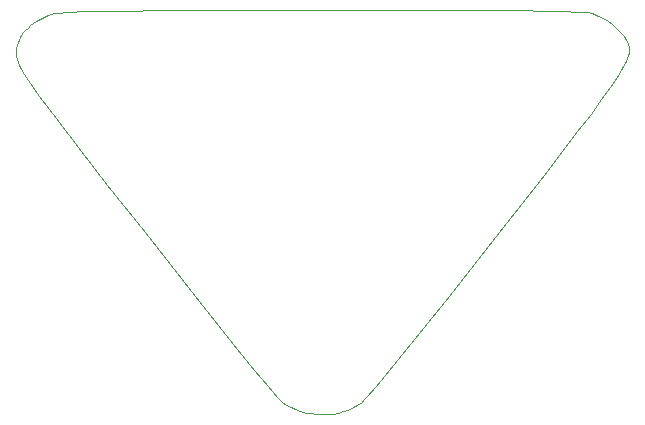
<source format=gbr>
%TF.GenerationSoftware,KiCad,Pcbnew,(6.0.7)*%
%TF.CreationDate,2022-09-05T18:23:19-05:00*%
%TF.ProjectId,Arista-TGS,41726973-7461-42d5-9447-532e6b696361,rev?*%
%TF.SameCoordinates,Original*%
%TF.FileFunction,Profile,NP*%
%FSLAX46Y46*%
G04 Gerber Fmt 4.6, Leading zero omitted, Abs format (unit mm)*
G04 Created by KiCad (PCBNEW (6.0.7)) date 2022-09-05 18:23:19*
%MOMM*%
%LPD*%
G01*
G04 APERTURE LIST*
%TA.AperFunction,Profile*%
%ADD10C,0.100000*%
%TD*%
G04 APERTURE END LIST*
D10*
X152882600Y-87045800D02*
X161531100Y-87045800D01*
X127803000Y-91709400D02*
X127675400Y-91420800D01*
X127536600Y-90474300D02*
X127558700Y-90237000D01*
X149907400Y-120092200D02*
X149656500Y-119816400D01*
X175070800Y-97322600D02*
X172210400Y-101019600D01*
X151612800Y-121009100D02*
X151188500Y-120863300D01*
X168408800Y-105875900D02*
X164169800Y-111246800D01*
X175269900Y-87173300D02*
X175699700Y-87193700D01*
X150784400Y-120685200D02*
X150404600Y-120475000D01*
X179425000Y-90472100D02*
X179398800Y-90663900D01*
X176184400Y-95851700D02*
X175070800Y-97322600D01*
X178014900Y-88256400D02*
X178376000Y-88567300D01*
X159124900Y-117521100D02*
X157984000Y-118901600D01*
X130465900Y-87362600D02*
X130784100Y-87304400D01*
X135275600Y-101827400D02*
X132789200Y-98630000D01*
X136244900Y-87106400D02*
X140201000Y-87079200D01*
X175699700Y-87193700D02*
X175910800Y-87215100D01*
X140201000Y-87079200D02*
X152882600Y-87045800D01*
X179411500Y-90131800D02*
X179428600Y-90295700D01*
X130229800Y-87430100D02*
X130465900Y-87362600D01*
X142673600Y-111233500D02*
X138436700Y-105865700D01*
X149656500Y-119816400D02*
X148863000Y-118888300D01*
X152966200Y-121253100D02*
X152505700Y-121204000D01*
X173800800Y-87136100D02*
X175269900Y-87173300D01*
X160567900Y-115745900D02*
X159124900Y-117521100D01*
X178866900Y-91952600D02*
X178433000Y-92675500D01*
X130043200Y-87507700D02*
X130229800Y-87430100D01*
X127596500Y-91178100D02*
X127556200Y-90967500D01*
X131217100Y-87254700D02*
X131797400Y-87212700D01*
X177623500Y-87972800D02*
X178014900Y-88256400D01*
X127989100Y-92057500D02*
X127803000Y-91709400D01*
X157192900Y-119828400D02*
X156943400Y-120103300D01*
X179398800Y-90663900D02*
X179348400Y-90873800D01*
X152505700Y-121204000D02*
X152053200Y-121122700D01*
X179375600Y-89977500D02*
X179411500Y-90131800D01*
X178699000Y-88900300D02*
X178976100Y-89250200D01*
X133530700Y-87148800D02*
X136244900Y-87106400D01*
X150053200Y-120232500D02*
X149907400Y-120092200D01*
X153894900Y-121254500D02*
X153430600Y-121269900D01*
X130897300Y-96163900D02*
X129520100Y-94319500D01*
X127558700Y-90237000D02*
X127602500Y-90005700D01*
X129520100Y-94319500D02*
X128577300Y-92987200D01*
X148863000Y-118888300D02*
X147720300Y-117507000D01*
X127755300Y-89559800D02*
X127864700Y-89344600D01*
X147720300Y-117507000D02*
X146276100Y-115731500D01*
X178433000Y-92675500D02*
X177851000Y-93551000D01*
X156799200Y-120242700D02*
X156449800Y-120484100D01*
X127996500Y-89134300D02*
X128150600Y-88928700D01*
X129873600Y-87596100D02*
X130043200Y-87507700D01*
X175910800Y-87215200D02*
X176345400Y-87337700D01*
X151188500Y-120863300D02*
X150784400Y-120685200D01*
X176345400Y-87337700D02*
X176780900Y-87508300D01*
X129264600Y-87960300D02*
X129873600Y-87596100D01*
X127535800Y-90717700D02*
X127536600Y-90474300D01*
X178376000Y-88567300D02*
X178699000Y-88900300D01*
X164169800Y-111246800D02*
X160567900Y-115745900D01*
X153430600Y-121269900D02*
X152966200Y-121253100D01*
X172210400Y-101019600D02*
X168408800Y-105875900D01*
X127675400Y-91420800D02*
X127596500Y-91178100D01*
X156943400Y-120103300D02*
X156799200Y-120242700D01*
X128577300Y-92987200D02*
X128243900Y-92478900D01*
X156071800Y-120693200D02*
X155669300Y-120870000D01*
X168755700Y-87077800D02*
X173800800Y-87136100D01*
X154806800Y-121126800D02*
X154355000Y-121206800D01*
X131797400Y-87212700D02*
X133530700Y-87148800D01*
X179428600Y-90295700D02*
X179425000Y-90472100D01*
X130784100Y-87304400D02*
X131217100Y-87254700D01*
X179322500Y-89829900D02*
X179375600Y-89977500D01*
X127556200Y-90967500D02*
X127535800Y-90717700D01*
X161531100Y-87045800D02*
X168755700Y-87077800D01*
X176780900Y-87508300D02*
X177209600Y-87721700D01*
X155246200Y-121014600D02*
X154806800Y-121126800D01*
X179172600Y-89543700D02*
X179322500Y-89829900D01*
X128749700Y-88336700D02*
X128995400Y-88146800D01*
X138436700Y-105865700D02*
X135275600Y-101827400D01*
X155669300Y-120870000D02*
X155246200Y-121014600D01*
X128243900Y-92478900D02*
X127989100Y-92057500D01*
X150404600Y-120475000D02*
X150053200Y-120232500D01*
X127667900Y-89780100D02*
X127755300Y-89559800D01*
X154355000Y-121206800D02*
X153894900Y-121254500D01*
X157984000Y-118901600D02*
X157192900Y-119828400D01*
X156449800Y-120484100D02*
X156071800Y-120693200D01*
X132789200Y-98630000D02*
X130897300Y-96163900D01*
X127864700Y-89344600D02*
X127996500Y-89134300D01*
X179348400Y-90873800D02*
X179271800Y-91104800D01*
X152053200Y-121122700D02*
X151612800Y-121009100D01*
X178976100Y-89250200D02*
X179172600Y-89543700D01*
X177106300Y-94602100D02*
X176184400Y-95851700D01*
X179167200Y-91359700D02*
X178866900Y-91952600D01*
X179271800Y-91104800D02*
X179167200Y-91359700D01*
X127602500Y-90005700D02*
X127667900Y-89780100D01*
X177209600Y-87721700D02*
X177623500Y-87972800D01*
X128150600Y-88928700D02*
X128327400Y-88727300D01*
X146276100Y-115731500D02*
X142673600Y-111233500D01*
X128327400Y-88727300D02*
X128527100Y-88530100D01*
X175910800Y-87215200D02*
X175910800Y-87215200D01*
X177851000Y-93551000D02*
X177106300Y-94602100D01*
X128995400Y-88146800D02*
X129264600Y-87960300D01*
X175910800Y-87215100D02*
X175910800Y-87215200D01*
X128527100Y-88530100D02*
X128749700Y-88336700D01*
M02*

</source>
